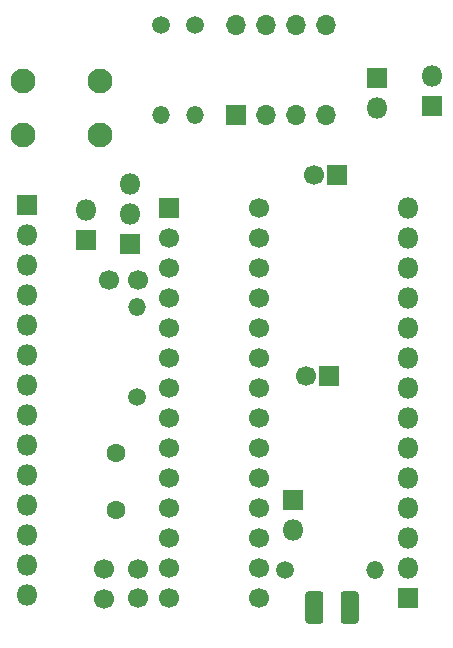
<source format=gbr>
%TF.GenerationSoftware,KiCad,Pcbnew,(5.1.6-0-10_14)*%
%TF.CreationDate,2020-09-11T15:04:09-04:00*%
%TF.ProjectId,bare_atmega328,62617265-5f61-4746-9d65-67613332382e,rev?*%
%TF.SameCoordinates,Original*%
%TF.FileFunction,Soldermask,Top*%
%TF.FilePolarity,Negative*%
%FSLAX46Y46*%
G04 Gerber Fmt 4.6, Leading zero omitted, Abs format (unit mm)*
G04 Created by KiCad (PCBNEW (5.1.6-0-10_14)) date 2020-09-11 15:04:09*
%MOMM*%
%LPD*%
G01*
G04 APERTURE LIST*
%ADD10O,1.700000X1.700000*%
%ADD11R,1.700000X1.700000*%
%ADD12O,1.500000X1.500000*%
%ADD13C,1.500000*%
%ADD14O,1.800000X1.800000*%
%ADD15R,1.800000X1.800000*%
%ADD16C,1.700000*%
%ADD17C,2.100000*%
%ADD18C,1.600000*%
G04 APERTURE END LIST*
D10*
%TO.C,U2*%
X150400000Y-58180000D03*
X158020000Y-65800000D03*
X152940000Y-58180000D03*
X155480000Y-65800000D03*
X155480000Y-58180000D03*
X152940000Y-65800000D03*
X158020000Y-58180000D03*
D11*
X150400000Y-65800000D03*
%TD*%
D12*
%TO.C,R4*%
X146950900Y-65792160D03*
D13*
X146950900Y-58172160D03*
%TD*%
D14*
%TO.C,J7*%
X162400000Y-65140000D03*
D15*
X162400000Y-62600000D03*
%TD*%
D12*
%TO.C,R3*%
X144098480Y-65792160D03*
D13*
X144098480Y-58172160D03*
%TD*%
D16*
%TO.C,C5*%
X157000000Y-70800000D03*
D11*
X159000000Y-70800000D03*
%TD*%
D14*
%TO.C,J5*%
X165000000Y-73660000D03*
X165000000Y-76200000D03*
X165000000Y-78740000D03*
X165000000Y-81280000D03*
X165000000Y-83820000D03*
X165000000Y-86360000D03*
X165000000Y-88900000D03*
X165000000Y-91440000D03*
X165000000Y-93980000D03*
X165000000Y-96520000D03*
X165000000Y-99060000D03*
X165000000Y-101600000D03*
X165000000Y-104140000D03*
D15*
X165000000Y-106680000D03*
%TD*%
D14*
%TO.C,J6*%
X132709920Y-106436160D03*
X132709920Y-103896160D03*
X132709920Y-101356160D03*
X132709920Y-98816160D03*
X132709920Y-96276160D03*
X132709920Y-93736160D03*
X132709920Y-91196160D03*
X132709920Y-88656160D03*
X132709920Y-86116160D03*
X132709920Y-83576160D03*
X132709920Y-81036160D03*
X132709920Y-78496160D03*
X132709920Y-75956160D03*
D15*
X132709920Y-73416160D03*
%TD*%
D14*
%TO.C,J3*%
X141439900Y-71561960D03*
X141439900Y-74101960D03*
D15*
X141439900Y-76641960D03*
%TD*%
D14*
%TO.C,J4*%
X167000000Y-62460000D03*
D15*
X167000000Y-65000000D03*
%TD*%
D14*
%TO.C,J2*%
X137728960Y-73825100D03*
D15*
X137728960Y-76365100D03*
%TD*%
D14*
%TO.C,J1*%
X155267660Y-100873560D03*
D15*
X155267660Y-98333560D03*
%TD*%
D16*
%TO.C,U1*%
X152400000Y-73660000D03*
X152400000Y-76200000D03*
X152400000Y-78740000D03*
X152400000Y-81280000D03*
X152400000Y-83820000D03*
X152400000Y-86360000D03*
X152400000Y-88900000D03*
X152400000Y-91440000D03*
X152400000Y-93980000D03*
X152400000Y-96520000D03*
X152400000Y-99060000D03*
X152400000Y-101600000D03*
X152400000Y-104140000D03*
X152400000Y-106680000D03*
X144780000Y-106680000D03*
X144780000Y-104140000D03*
X144780000Y-101600000D03*
X144780000Y-99060000D03*
X144780000Y-96520000D03*
X144780000Y-93980000D03*
X144780000Y-91440000D03*
X144780000Y-88900000D03*
X144780000Y-86360000D03*
X144780000Y-83820000D03*
X144780000Y-81280000D03*
X144780000Y-78740000D03*
X144780000Y-76200000D03*
D11*
X144780000Y-73660000D03*
%TD*%
D17*
%TO.C,SW1*%
X138917820Y-62918340D03*
X138917820Y-67418340D03*
X132417820Y-62918340D03*
X132417820Y-67418340D03*
%TD*%
D16*
%TO.C,C4*%
X139679040Y-79766160D03*
X142179040Y-79766160D03*
%TD*%
D12*
%TO.C,R2*%
X162184080Y-104272080D03*
D13*
X154564080Y-104272080D03*
%TD*%
%TO.C,D1*%
G36*
G01*
X157837980Y-106347244D02*
X157837980Y-108562156D01*
G75*
G02*
X157570436Y-108829700I-267544J0D01*
G01*
X156580524Y-108829700D01*
G75*
G02*
X156312980Y-108562156I0J267544D01*
G01*
X156312980Y-106347244D01*
G75*
G02*
X156580524Y-106079700I267544J0D01*
G01*
X157570436Y-106079700D01*
G75*
G02*
X157837980Y-106347244I0J-267544D01*
G01*
G37*
G36*
G01*
X160812980Y-106347244D02*
X160812980Y-108562156D01*
G75*
G02*
X160545436Y-108829700I-267544J0D01*
G01*
X159555524Y-108829700D01*
G75*
G02*
X159287980Y-108562156I0J267544D01*
G01*
X159287980Y-106347244D01*
G75*
G02*
X159555524Y-106079700I267544J0D01*
G01*
X160545436Y-106079700D01*
G75*
G02*
X160812980Y-106347244I0J-267544D01*
G01*
G37*
%TD*%
D18*
%TO.C,Y1*%
X140256260Y-99240680D03*
X140256260Y-94340680D03*
%TD*%
D12*
%TO.C,R1*%
X142062200Y-81991200D03*
D13*
X142062200Y-89611200D03*
%TD*%
D16*
%TO.C,C3*%
X156343600Y-87858600D03*
D11*
X158343600Y-87858600D03*
%TD*%
D16*
%TO.C,C2*%
X142107920Y-104187620D03*
X142107920Y-106687620D03*
%TD*%
%TO.C,C1*%
X139291060Y-106721280D03*
X139291060Y-104221280D03*
%TD*%
M02*

</source>
